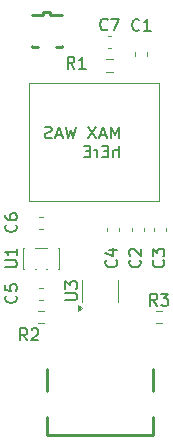
<source format=gbr>
%TF.GenerationSoftware,KiCad,Pcbnew,9.0.6-1.fc42*%
%TF.CreationDate,2025-12-19T16:16:41-05:00*%
%TF.ProjectId,HALOW-USB,48414c4f-572d-4555-9342-2e6b69636164,rev?*%
%TF.SameCoordinates,Original*%
%TF.FileFunction,Legend,Top*%
%TF.FilePolarity,Positive*%
%FSLAX46Y46*%
G04 Gerber Fmt 4.6, Leading zero omitted, Abs format (unit mm)*
G04 Created by KiCad (PCBNEW 9.0.6-1.fc42) date 2025-12-19 16:16:41*
%MOMM*%
%LPD*%
G01*
G04 APERTURE LIST*
%ADD10C,0.150000*%
%ADD11C,0.100000*%
%ADD12C,0.250000*%
%ADD13C,0.120000*%
G04 APERTURE END LIST*
D10*
X125063220Y-88359875D02*
X125063220Y-87359875D01*
X125063220Y-87359875D02*
X124729887Y-88074160D01*
X124729887Y-88074160D02*
X124396554Y-87359875D01*
X124396554Y-87359875D02*
X124396554Y-88359875D01*
X123967982Y-88074160D02*
X123491792Y-88074160D01*
X124063220Y-88359875D02*
X123729887Y-87359875D01*
X123729887Y-87359875D02*
X123396554Y-88359875D01*
X123158458Y-87359875D02*
X122491792Y-88359875D01*
X122491792Y-87359875D02*
X123158458Y-88359875D01*
X121444172Y-87359875D02*
X121206077Y-88359875D01*
X121206077Y-88359875D02*
X121015601Y-87645589D01*
X121015601Y-87645589D02*
X120825125Y-88359875D01*
X120825125Y-88359875D02*
X120587030Y-87359875D01*
X120253696Y-88074160D02*
X119777506Y-88074160D01*
X120348934Y-88359875D02*
X120015601Y-87359875D01*
X120015601Y-87359875D02*
X119682268Y-88359875D01*
X119396553Y-88312256D02*
X119253696Y-88359875D01*
X119253696Y-88359875D02*
X119015601Y-88359875D01*
X119015601Y-88359875D02*
X118920363Y-88312256D01*
X118920363Y-88312256D02*
X118872744Y-88264636D01*
X118872744Y-88264636D02*
X118825125Y-88169398D01*
X118825125Y-88169398D02*
X118825125Y-88074160D01*
X118825125Y-88074160D02*
X118872744Y-87978922D01*
X118872744Y-87978922D02*
X118920363Y-87931303D01*
X118920363Y-87931303D02*
X119015601Y-87883684D01*
X119015601Y-87883684D02*
X119206077Y-87836065D01*
X119206077Y-87836065D02*
X119301315Y-87788446D01*
X119301315Y-87788446D02*
X119348934Y-87740827D01*
X119348934Y-87740827D02*
X119396553Y-87645589D01*
X119396553Y-87645589D02*
X119396553Y-87550351D01*
X119396553Y-87550351D02*
X119348934Y-87455113D01*
X119348934Y-87455113D02*
X119301315Y-87407494D01*
X119301315Y-87407494D02*
X119206077Y-87359875D01*
X119206077Y-87359875D02*
X118967982Y-87359875D01*
X118967982Y-87359875D02*
X118825125Y-87407494D01*
X125063220Y-89969819D02*
X125063220Y-88969819D01*
X124634649Y-89969819D02*
X124634649Y-89446009D01*
X124634649Y-89446009D02*
X124682268Y-89350771D01*
X124682268Y-89350771D02*
X124777506Y-89303152D01*
X124777506Y-89303152D02*
X124920363Y-89303152D01*
X124920363Y-89303152D02*
X125015601Y-89350771D01*
X125015601Y-89350771D02*
X125063220Y-89398390D01*
X124158458Y-89446009D02*
X123825125Y-89446009D01*
X123682268Y-89969819D02*
X124158458Y-89969819D01*
X124158458Y-89969819D02*
X124158458Y-88969819D01*
X124158458Y-88969819D02*
X123682268Y-88969819D01*
X123253696Y-89969819D02*
X123253696Y-89303152D01*
X123253696Y-89493628D02*
X123206077Y-89398390D01*
X123206077Y-89398390D02*
X123158458Y-89350771D01*
X123158458Y-89350771D02*
X123063220Y-89303152D01*
X123063220Y-89303152D02*
X122967982Y-89303152D01*
X122634648Y-89446009D02*
X122301315Y-89446009D01*
X122158458Y-89969819D02*
X122634648Y-89969819D01*
X122634648Y-89969819D02*
X122634648Y-88969819D01*
X122634648Y-88969819D02*
X122158458Y-88969819D01*
X115454819Y-99261904D02*
X116264342Y-99261904D01*
X116264342Y-99261904D02*
X116359580Y-99214285D01*
X116359580Y-99214285D02*
X116407200Y-99166666D01*
X116407200Y-99166666D02*
X116454819Y-99071428D01*
X116454819Y-99071428D02*
X116454819Y-98880952D01*
X116454819Y-98880952D02*
X116407200Y-98785714D01*
X116407200Y-98785714D02*
X116359580Y-98738095D01*
X116359580Y-98738095D02*
X116264342Y-98690476D01*
X116264342Y-98690476D02*
X115454819Y-98690476D01*
X116454819Y-97690476D02*
X116454819Y-98261904D01*
X116454819Y-97976190D02*
X115454819Y-97976190D01*
X115454819Y-97976190D02*
X115597676Y-98071428D01*
X115597676Y-98071428D02*
X115692914Y-98166666D01*
X115692914Y-98166666D02*
X115740533Y-98261904D01*
X126859580Y-98666666D02*
X126907200Y-98714285D01*
X126907200Y-98714285D02*
X126954819Y-98857142D01*
X126954819Y-98857142D02*
X126954819Y-98952380D01*
X126954819Y-98952380D02*
X126907200Y-99095237D01*
X126907200Y-99095237D02*
X126811961Y-99190475D01*
X126811961Y-99190475D02*
X126716723Y-99238094D01*
X126716723Y-99238094D02*
X126526247Y-99285713D01*
X126526247Y-99285713D02*
X126383390Y-99285713D01*
X126383390Y-99285713D02*
X126192914Y-99238094D01*
X126192914Y-99238094D02*
X126097676Y-99190475D01*
X126097676Y-99190475D02*
X126002438Y-99095237D01*
X126002438Y-99095237D02*
X125954819Y-98952380D01*
X125954819Y-98952380D02*
X125954819Y-98857142D01*
X125954819Y-98857142D02*
X126002438Y-98714285D01*
X126002438Y-98714285D02*
X126050057Y-98666666D01*
X126050057Y-98285713D02*
X126002438Y-98238094D01*
X126002438Y-98238094D02*
X125954819Y-98142856D01*
X125954819Y-98142856D02*
X125954819Y-97904761D01*
X125954819Y-97904761D02*
X126002438Y-97809523D01*
X126002438Y-97809523D02*
X126050057Y-97761904D01*
X126050057Y-97761904D02*
X126145295Y-97714285D01*
X126145295Y-97714285D02*
X126240533Y-97714285D01*
X126240533Y-97714285D02*
X126383390Y-97761904D01*
X126383390Y-97761904D02*
X126954819Y-98333332D01*
X126954819Y-98333332D02*
X126954819Y-97714285D01*
X120554819Y-102024404D02*
X121364342Y-102024404D01*
X121364342Y-102024404D02*
X121459580Y-101976785D01*
X121459580Y-101976785D02*
X121507200Y-101929166D01*
X121507200Y-101929166D02*
X121554819Y-101833928D01*
X121554819Y-101833928D02*
X121554819Y-101643452D01*
X121554819Y-101643452D02*
X121507200Y-101548214D01*
X121507200Y-101548214D02*
X121459580Y-101500595D01*
X121459580Y-101500595D02*
X121364342Y-101452976D01*
X121364342Y-101452976D02*
X120554819Y-101452976D01*
X120554819Y-101072023D02*
X120554819Y-100452976D01*
X120554819Y-100452976D02*
X120935771Y-100786309D01*
X120935771Y-100786309D02*
X120935771Y-100643452D01*
X120935771Y-100643452D02*
X120983390Y-100548214D01*
X120983390Y-100548214D02*
X121031009Y-100500595D01*
X121031009Y-100500595D02*
X121126247Y-100452976D01*
X121126247Y-100452976D02*
X121364342Y-100452976D01*
X121364342Y-100452976D02*
X121459580Y-100500595D01*
X121459580Y-100500595D02*
X121507200Y-100548214D01*
X121507200Y-100548214D02*
X121554819Y-100643452D01*
X121554819Y-100643452D02*
X121554819Y-100929166D01*
X121554819Y-100929166D02*
X121507200Y-101024404D01*
X121507200Y-101024404D02*
X121459580Y-101072023D01*
X117333333Y-105454819D02*
X117000000Y-104978628D01*
X116761905Y-105454819D02*
X116761905Y-104454819D01*
X116761905Y-104454819D02*
X117142857Y-104454819D01*
X117142857Y-104454819D02*
X117238095Y-104502438D01*
X117238095Y-104502438D02*
X117285714Y-104550057D01*
X117285714Y-104550057D02*
X117333333Y-104645295D01*
X117333333Y-104645295D02*
X117333333Y-104788152D01*
X117333333Y-104788152D02*
X117285714Y-104883390D01*
X117285714Y-104883390D02*
X117238095Y-104931009D01*
X117238095Y-104931009D02*
X117142857Y-104978628D01*
X117142857Y-104978628D02*
X116761905Y-104978628D01*
X117714286Y-104550057D02*
X117761905Y-104502438D01*
X117761905Y-104502438D02*
X117857143Y-104454819D01*
X117857143Y-104454819D02*
X118095238Y-104454819D01*
X118095238Y-104454819D02*
X118190476Y-104502438D01*
X118190476Y-104502438D02*
X118238095Y-104550057D01*
X118238095Y-104550057D02*
X118285714Y-104645295D01*
X118285714Y-104645295D02*
X118285714Y-104740533D01*
X118285714Y-104740533D02*
X118238095Y-104883390D01*
X118238095Y-104883390D02*
X117666667Y-105454819D01*
X117666667Y-105454819D02*
X118285714Y-105454819D01*
X128333333Y-102524819D02*
X128000000Y-102048628D01*
X127761905Y-102524819D02*
X127761905Y-101524819D01*
X127761905Y-101524819D02*
X128142857Y-101524819D01*
X128142857Y-101524819D02*
X128238095Y-101572438D01*
X128238095Y-101572438D02*
X128285714Y-101620057D01*
X128285714Y-101620057D02*
X128333333Y-101715295D01*
X128333333Y-101715295D02*
X128333333Y-101858152D01*
X128333333Y-101858152D02*
X128285714Y-101953390D01*
X128285714Y-101953390D02*
X128238095Y-102001009D01*
X128238095Y-102001009D02*
X128142857Y-102048628D01*
X128142857Y-102048628D02*
X127761905Y-102048628D01*
X128666667Y-101524819D02*
X129285714Y-101524819D01*
X129285714Y-101524819D02*
X128952381Y-101905771D01*
X128952381Y-101905771D02*
X129095238Y-101905771D01*
X129095238Y-101905771D02*
X129190476Y-101953390D01*
X129190476Y-101953390D02*
X129238095Y-102001009D01*
X129238095Y-102001009D02*
X129285714Y-102096247D01*
X129285714Y-102096247D02*
X129285714Y-102334342D01*
X129285714Y-102334342D02*
X129238095Y-102429580D01*
X129238095Y-102429580D02*
X129190476Y-102477200D01*
X129190476Y-102477200D02*
X129095238Y-102524819D01*
X129095238Y-102524819D02*
X128809524Y-102524819D01*
X128809524Y-102524819D02*
X128714286Y-102477200D01*
X128714286Y-102477200D02*
X128666667Y-102429580D01*
X128859580Y-98666666D02*
X128907200Y-98714285D01*
X128907200Y-98714285D02*
X128954819Y-98857142D01*
X128954819Y-98857142D02*
X128954819Y-98952380D01*
X128954819Y-98952380D02*
X128907200Y-99095237D01*
X128907200Y-99095237D02*
X128811961Y-99190475D01*
X128811961Y-99190475D02*
X128716723Y-99238094D01*
X128716723Y-99238094D02*
X128526247Y-99285713D01*
X128526247Y-99285713D02*
X128383390Y-99285713D01*
X128383390Y-99285713D02*
X128192914Y-99238094D01*
X128192914Y-99238094D02*
X128097676Y-99190475D01*
X128097676Y-99190475D02*
X128002438Y-99095237D01*
X128002438Y-99095237D02*
X127954819Y-98952380D01*
X127954819Y-98952380D02*
X127954819Y-98857142D01*
X127954819Y-98857142D02*
X128002438Y-98714285D01*
X128002438Y-98714285D02*
X128050057Y-98666666D01*
X127954819Y-98333332D02*
X127954819Y-97714285D01*
X127954819Y-97714285D02*
X128335771Y-98047618D01*
X128335771Y-98047618D02*
X128335771Y-97904761D01*
X128335771Y-97904761D02*
X128383390Y-97809523D01*
X128383390Y-97809523D02*
X128431009Y-97761904D01*
X128431009Y-97761904D02*
X128526247Y-97714285D01*
X128526247Y-97714285D02*
X128764342Y-97714285D01*
X128764342Y-97714285D02*
X128859580Y-97761904D01*
X128859580Y-97761904D02*
X128907200Y-97809523D01*
X128907200Y-97809523D02*
X128954819Y-97904761D01*
X128954819Y-97904761D02*
X128954819Y-98190475D01*
X128954819Y-98190475D02*
X128907200Y-98285713D01*
X128907200Y-98285713D02*
X128859580Y-98333332D01*
X126833333Y-79159580D02*
X126785714Y-79207200D01*
X126785714Y-79207200D02*
X126642857Y-79254819D01*
X126642857Y-79254819D02*
X126547619Y-79254819D01*
X126547619Y-79254819D02*
X126404762Y-79207200D01*
X126404762Y-79207200D02*
X126309524Y-79111961D01*
X126309524Y-79111961D02*
X126261905Y-79016723D01*
X126261905Y-79016723D02*
X126214286Y-78826247D01*
X126214286Y-78826247D02*
X126214286Y-78683390D01*
X126214286Y-78683390D02*
X126261905Y-78492914D01*
X126261905Y-78492914D02*
X126309524Y-78397676D01*
X126309524Y-78397676D02*
X126404762Y-78302438D01*
X126404762Y-78302438D02*
X126547619Y-78254819D01*
X126547619Y-78254819D02*
X126642857Y-78254819D01*
X126642857Y-78254819D02*
X126785714Y-78302438D01*
X126785714Y-78302438D02*
X126833333Y-78350057D01*
X127785714Y-79254819D02*
X127214286Y-79254819D01*
X127500000Y-79254819D02*
X127500000Y-78254819D01*
X127500000Y-78254819D02*
X127404762Y-78397676D01*
X127404762Y-78397676D02*
X127309524Y-78492914D01*
X127309524Y-78492914D02*
X127214286Y-78540533D01*
X124133333Y-79129580D02*
X124085714Y-79177200D01*
X124085714Y-79177200D02*
X123942857Y-79224819D01*
X123942857Y-79224819D02*
X123847619Y-79224819D01*
X123847619Y-79224819D02*
X123704762Y-79177200D01*
X123704762Y-79177200D02*
X123609524Y-79081961D01*
X123609524Y-79081961D02*
X123561905Y-78986723D01*
X123561905Y-78986723D02*
X123514286Y-78796247D01*
X123514286Y-78796247D02*
X123514286Y-78653390D01*
X123514286Y-78653390D02*
X123561905Y-78462914D01*
X123561905Y-78462914D02*
X123609524Y-78367676D01*
X123609524Y-78367676D02*
X123704762Y-78272438D01*
X123704762Y-78272438D02*
X123847619Y-78224819D01*
X123847619Y-78224819D02*
X123942857Y-78224819D01*
X123942857Y-78224819D02*
X124085714Y-78272438D01*
X124085714Y-78272438D02*
X124133333Y-78320057D01*
X124466667Y-78224819D02*
X125133333Y-78224819D01*
X125133333Y-78224819D02*
X124704762Y-79224819D01*
X116359580Y-95666666D02*
X116407200Y-95714285D01*
X116407200Y-95714285D02*
X116454819Y-95857142D01*
X116454819Y-95857142D02*
X116454819Y-95952380D01*
X116454819Y-95952380D02*
X116407200Y-96095237D01*
X116407200Y-96095237D02*
X116311961Y-96190475D01*
X116311961Y-96190475D02*
X116216723Y-96238094D01*
X116216723Y-96238094D02*
X116026247Y-96285713D01*
X116026247Y-96285713D02*
X115883390Y-96285713D01*
X115883390Y-96285713D02*
X115692914Y-96238094D01*
X115692914Y-96238094D02*
X115597676Y-96190475D01*
X115597676Y-96190475D02*
X115502438Y-96095237D01*
X115502438Y-96095237D02*
X115454819Y-95952380D01*
X115454819Y-95952380D02*
X115454819Y-95857142D01*
X115454819Y-95857142D02*
X115502438Y-95714285D01*
X115502438Y-95714285D02*
X115550057Y-95666666D01*
X115454819Y-94809523D02*
X115454819Y-94999999D01*
X115454819Y-94999999D02*
X115502438Y-95095237D01*
X115502438Y-95095237D02*
X115550057Y-95142856D01*
X115550057Y-95142856D02*
X115692914Y-95238094D01*
X115692914Y-95238094D02*
X115883390Y-95285713D01*
X115883390Y-95285713D02*
X116264342Y-95285713D01*
X116264342Y-95285713D02*
X116359580Y-95238094D01*
X116359580Y-95238094D02*
X116407200Y-95190475D01*
X116407200Y-95190475D02*
X116454819Y-95095237D01*
X116454819Y-95095237D02*
X116454819Y-94904761D01*
X116454819Y-94904761D02*
X116407200Y-94809523D01*
X116407200Y-94809523D02*
X116359580Y-94761904D01*
X116359580Y-94761904D02*
X116264342Y-94714285D01*
X116264342Y-94714285D02*
X116026247Y-94714285D01*
X116026247Y-94714285D02*
X115931009Y-94761904D01*
X115931009Y-94761904D02*
X115883390Y-94809523D01*
X115883390Y-94809523D02*
X115835771Y-94904761D01*
X115835771Y-94904761D02*
X115835771Y-95095237D01*
X115835771Y-95095237D02*
X115883390Y-95190475D01*
X115883390Y-95190475D02*
X115931009Y-95238094D01*
X115931009Y-95238094D02*
X116026247Y-95285713D01*
X124859580Y-98666666D02*
X124907200Y-98714285D01*
X124907200Y-98714285D02*
X124954819Y-98857142D01*
X124954819Y-98857142D02*
X124954819Y-98952380D01*
X124954819Y-98952380D02*
X124907200Y-99095237D01*
X124907200Y-99095237D02*
X124811961Y-99190475D01*
X124811961Y-99190475D02*
X124716723Y-99238094D01*
X124716723Y-99238094D02*
X124526247Y-99285713D01*
X124526247Y-99285713D02*
X124383390Y-99285713D01*
X124383390Y-99285713D02*
X124192914Y-99238094D01*
X124192914Y-99238094D02*
X124097676Y-99190475D01*
X124097676Y-99190475D02*
X124002438Y-99095237D01*
X124002438Y-99095237D02*
X123954819Y-98952380D01*
X123954819Y-98952380D02*
X123954819Y-98857142D01*
X123954819Y-98857142D02*
X124002438Y-98714285D01*
X124002438Y-98714285D02*
X124050057Y-98666666D01*
X124288152Y-97809523D02*
X124954819Y-97809523D01*
X123907200Y-98047618D02*
X124621485Y-98285713D01*
X124621485Y-98285713D02*
X124621485Y-97666666D01*
X121333333Y-82454819D02*
X121000000Y-81978628D01*
X120761905Y-82454819D02*
X120761905Y-81454819D01*
X120761905Y-81454819D02*
X121142857Y-81454819D01*
X121142857Y-81454819D02*
X121238095Y-81502438D01*
X121238095Y-81502438D02*
X121285714Y-81550057D01*
X121285714Y-81550057D02*
X121333333Y-81645295D01*
X121333333Y-81645295D02*
X121333333Y-81788152D01*
X121333333Y-81788152D02*
X121285714Y-81883390D01*
X121285714Y-81883390D02*
X121238095Y-81931009D01*
X121238095Y-81931009D02*
X121142857Y-81978628D01*
X121142857Y-81978628D02*
X120761905Y-81978628D01*
X122285714Y-82454819D02*
X121714286Y-82454819D01*
X122000000Y-82454819D02*
X122000000Y-81454819D01*
X122000000Y-81454819D02*
X121904762Y-81597676D01*
X121904762Y-81597676D02*
X121809524Y-81692914D01*
X121809524Y-81692914D02*
X121714286Y-81740533D01*
X116359580Y-101666666D02*
X116407200Y-101714285D01*
X116407200Y-101714285D02*
X116454819Y-101857142D01*
X116454819Y-101857142D02*
X116454819Y-101952380D01*
X116454819Y-101952380D02*
X116407200Y-102095237D01*
X116407200Y-102095237D02*
X116311961Y-102190475D01*
X116311961Y-102190475D02*
X116216723Y-102238094D01*
X116216723Y-102238094D02*
X116026247Y-102285713D01*
X116026247Y-102285713D02*
X115883390Y-102285713D01*
X115883390Y-102285713D02*
X115692914Y-102238094D01*
X115692914Y-102238094D02*
X115597676Y-102190475D01*
X115597676Y-102190475D02*
X115502438Y-102095237D01*
X115502438Y-102095237D02*
X115454819Y-101952380D01*
X115454819Y-101952380D02*
X115454819Y-101857142D01*
X115454819Y-101857142D02*
X115502438Y-101714285D01*
X115502438Y-101714285D02*
X115550057Y-101666666D01*
X115454819Y-100761904D02*
X115454819Y-101238094D01*
X115454819Y-101238094D02*
X115931009Y-101285713D01*
X115931009Y-101285713D02*
X115883390Y-101238094D01*
X115883390Y-101238094D02*
X115835771Y-101142856D01*
X115835771Y-101142856D02*
X115835771Y-100904761D01*
X115835771Y-100904761D02*
X115883390Y-100809523D01*
X115883390Y-100809523D02*
X115931009Y-100761904D01*
X115931009Y-100761904D02*
X116026247Y-100714285D01*
X116026247Y-100714285D02*
X116264342Y-100714285D01*
X116264342Y-100714285D02*
X116359580Y-100761904D01*
X116359580Y-100761904D02*
X116407200Y-100809523D01*
X116407200Y-100809523D02*
X116454819Y-100904761D01*
X116454819Y-100904761D02*
X116454819Y-101142856D01*
X116454819Y-101142856D02*
X116407200Y-101238094D01*
X116407200Y-101238094D02*
X116359580Y-101285713D01*
D11*
%TO.C,U1*%
X120050000Y-99400000D02*
X119900000Y-99400000D01*
X120050000Y-97600000D02*
X120050000Y-99400000D01*
X120050000Y-97600000D02*
X119900000Y-97600000D01*
X118990000Y-99400000D02*
X118950000Y-99400000D01*
X118990000Y-97600000D02*
X118000000Y-97600000D01*
X118040000Y-99400000D02*
X118000000Y-99400000D01*
X117090000Y-99400000D02*
X116950000Y-99400000D01*
X117090000Y-97600000D02*
X116950000Y-97600000D01*
X116950000Y-97600000D02*
X116950000Y-99400000D01*
D12*
%TO.C,U2*%
X119000000Y-109722500D02*
X119000000Y-107912500D01*
X119000000Y-113462500D02*
X119000000Y-111942500D01*
X128000000Y-109722500D02*
X128000000Y-107912500D01*
X128000000Y-113462500D02*
X119000000Y-113462500D01*
X128000000Y-113462500D02*
X128000000Y-111942500D01*
D13*
%TO.C,C2*%
X126190000Y-95916233D02*
X126190000Y-96208767D01*
X127210000Y-95916233D02*
X127210000Y-96208767D01*
%TO.C,U3*%
X121940000Y-100352500D02*
X121990000Y-100352500D01*
X121940000Y-102172500D02*
X121940000Y-100352500D01*
X121990000Y-102172500D02*
X121940000Y-102172500D01*
X125010000Y-100352500D02*
X125060000Y-100352500D01*
X125060000Y-100352500D02*
X125060000Y-102172500D01*
X125060000Y-102172500D02*
X125010000Y-102172500D01*
X121990000Y-102712500D02*
X121660000Y-102952500D01*
X121660000Y-102472500D01*
X121990000Y-102712500D01*
G36*
X121990000Y-102712500D02*
G01*
X121660000Y-102952500D01*
X121660000Y-102472500D01*
X121990000Y-102712500D01*
G37*
%TO.C,R2*%
X118754724Y-102977500D02*
X118245276Y-102977500D01*
X118754724Y-104022500D02*
X118245276Y-104022500D01*
%TO.C,R3*%
X128245276Y-102977500D02*
X128754724Y-102977500D01*
X128245276Y-104022500D02*
X128754724Y-104022500D01*
%TO.C,C3*%
X128090000Y-95916233D02*
X128090000Y-96208767D01*
X129110000Y-95916233D02*
X129110000Y-96208767D01*
D12*
%TO.C,JP1*%
X117700000Y-77900000D02*
X118650000Y-77900000D01*
X117700000Y-77910000D02*
X117700000Y-77900000D01*
X117730000Y-80570000D02*
X117730000Y-80640000D01*
X117730000Y-80640000D02*
X118270000Y-80640000D01*
X118650000Y-77650000D02*
X119300000Y-77650000D01*
X118650000Y-77900000D02*
X118650000Y-77650000D01*
X119300000Y-77650000D02*
X119300000Y-77900000D01*
X119300000Y-77900000D02*
X120300000Y-77900000D01*
X119730000Y-80640000D02*
X120270000Y-80640000D01*
X120270000Y-80640000D02*
X120270000Y-80570000D01*
X120300000Y-77900000D02*
X120300000Y-77910000D01*
D13*
%TO.C,C1*%
X126490000Y-81346267D02*
X126490000Y-81053733D01*
X127510000Y-81346267D02*
X127510000Y-81053733D01*
%TO.C,C7*%
X124153733Y-79690000D02*
X124446267Y-79690000D01*
X124153733Y-80710000D02*
X124446267Y-80710000D01*
%TO.C,C6*%
X118353733Y-94990000D02*
X118646267Y-94990000D01*
X118353733Y-96010000D02*
X118646267Y-96010000D01*
%TO.C,C4*%
X124090000Y-96208767D02*
X124090000Y-95916233D01*
X125110000Y-96208767D02*
X125110000Y-95916233D01*
%TO.C,MM8108-MF1*%
D11*
X117500000Y-83700000D02*
X128500000Y-83700000D01*
X128500000Y-93700000D01*
X117500000Y-93700000D01*
X117500000Y-83700000D01*
D13*
%TO.C,R1*%
X124554724Y-81677500D02*
X124045276Y-81677500D01*
X124554724Y-82722500D02*
X124045276Y-82722500D01*
%TO.C,C5*%
X118353733Y-100990000D02*
X118646267Y-100990000D01*
X118353733Y-102010000D02*
X118646267Y-102010000D01*
%TD*%
M02*

</source>
